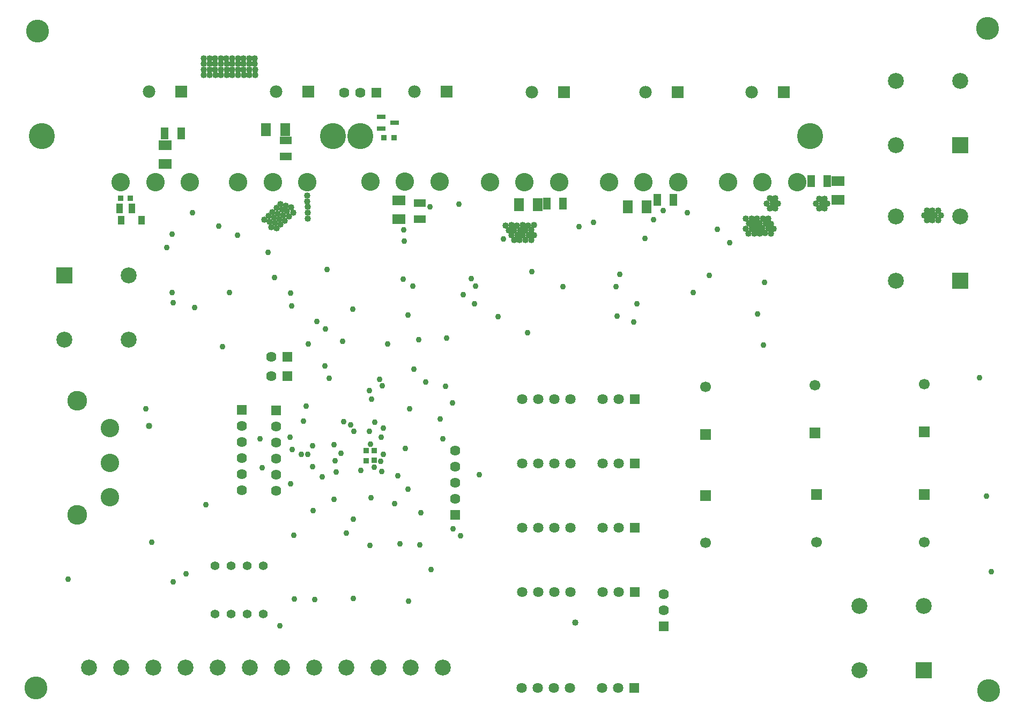
<source format=gbs>
G04*
G04 #@! TF.GenerationSoftware,Altium Limited,Altium Designer,20.0.13 (296)*
G04*
G04 Layer_Color=16711935*
%FSLAX25Y25*%
%MOIN*%
G70*
G01*
G75*
%ADD51R,0.04220X0.06189*%
%ADD54R,0.04063X0.05283*%
%ADD56R,0.07567X0.04614*%
%ADD57R,0.04614X0.07567*%
%ADD58R,0.03827X0.03827*%
%ADD67R,0.05401X0.02842*%
%ADD75R,0.03827X0.03827*%
%ADD78R,0.07803X0.07803*%
%ADD79C,0.07803*%
%ADD80R,0.06681X0.06681*%
%ADD81C,0.06681*%
%ADD82R,0.09929X0.09929*%
%ADD83C,0.09929*%
%ADD84C,0.11464*%
%ADD85R,0.06386X0.06386*%
%ADD86C,0.06386*%
%ADD87R,0.06386X0.06386*%
%ADD88C,0.12291*%
%ADD89C,0.05598*%
%ADD90C,0.06417*%
%ADD91R,0.06417X0.06417*%
%ADD92C,0.14260*%
%ADD93C,0.16228*%
%ADD94C,0.04023*%
%ADD95C,0.03630*%
%ADD154R,0.08197X0.06071*%
%ADD155R,0.06071X0.08197*%
D51*
X69592Y309425D02*
D03*
X61915D02*
D03*
D54*
X62649Y301968D02*
D03*
X75523D02*
D03*
D56*
X248484Y312542D02*
D03*
Y302503D02*
D03*
X165272Y351547D02*
D03*
Y341507D02*
D03*
D57*
X491665Y326257D02*
D03*
X501705D02*
D03*
X327549Y312354D02*
D03*
X337589D02*
D03*
X100000Y356000D02*
D03*
X89961D02*
D03*
X396046Y314620D02*
D03*
X406085D02*
D03*
D58*
X215000Y152398D02*
D03*
Y158500D02*
D03*
X220000Y158602D02*
D03*
Y152500D02*
D03*
D67*
X224428Y358907D02*
D03*
Y366388D02*
D03*
X232696Y362648D02*
D03*
D75*
X62500Y315500D02*
D03*
X68602D02*
D03*
X232349Y353263D02*
D03*
X226247D02*
D03*
D78*
X474790Y381756D02*
D03*
X408941Y381712D02*
D03*
X338012Y381734D02*
D03*
X100000Y381800D02*
D03*
X265000Y381900D02*
D03*
X179000Y381800D02*
D03*
D79*
X454790Y381756D02*
D03*
X388941Y381712D02*
D03*
X318012Y381734D02*
D03*
X80000Y381800D02*
D03*
X245000Y381900D02*
D03*
X159000Y381800D02*
D03*
D80*
X562000Y131287D02*
D03*
X562067Y170279D02*
D03*
X494000Y169787D02*
D03*
X426000Y130787D02*
D03*
X495000Y131287D02*
D03*
X426000Y168787D02*
D03*
D81*
X562000Y101760D02*
D03*
X562067Y199807D02*
D03*
X494000Y199315D02*
D03*
X426000Y101260D02*
D03*
X495000Y101760D02*
D03*
X426000Y198315D02*
D03*
D82*
X584416Y264357D02*
D03*
X561915Y22008D02*
D03*
X584618Y348583D02*
D03*
X27433Y267587D02*
D03*
D83*
X544416Y264357D02*
D03*
X584416Y304357D02*
D03*
X544416D02*
D03*
X262921Y23469D02*
D03*
X242921D02*
D03*
X222921D02*
D03*
X202921D02*
D03*
X182921D02*
D03*
X162921D02*
D03*
X142921D02*
D03*
X122921D02*
D03*
X102921D02*
D03*
X82921D02*
D03*
X62921D02*
D03*
X42921D02*
D03*
X521915Y22008D02*
D03*
X561915Y62008D02*
D03*
X521915D02*
D03*
X544618Y348583D02*
D03*
X584618Y388583D02*
D03*
X544618D02*
D03*
X67433Y267587D02*
D03*
X27433Y227587D02*
D03*
X67433D02*
D03*
D84*
X292000Y325787D02*
D03*
X313496D02*
D03*
X334992D02*
D03*
X55791Y129504D02*
D03*
Y151000D02*
D03*
Y172496D02*
D03*
X178500Y325787D02*
D03*
X157004D02*
D03*
X135508D02*
D03*
X62508Y325787D02*
D03*
X84004D02*
D03*
X105500D02*
D03*
X440000D02*
D03*
X461496D02*
D03*
X482992D02*
D03*
X260692Y325800D02*
D03*
X239196D02*
D03*
X217700D02*
D03*
X366000Y325787D02*
D03*
X387496D02*
D03*
X408992D02*
D03*
D85*
X221362Y381261D02*
D03*
X166000Y205000D02*
D03*
Y217000D02*
D03*
D86*
X211362Y381261D02*
D03*
X201362D02*
D03*
X156000Y205000D02*
D03*
X270500Y128500D02*
D03*
Y138500D02*
D03*
Y148500D02*
D03*
Y158500D02*
D03*
X137906Y134122D02*
D03*
Y144122D02*
D03*
Y154122D02*
D03*
Y164122D02*
D03*
Y174122D02*
D03*
X399981Y69307D02*
D03*
Y59307D02*
D03*
X159165Y173571D02*
D03*
Y163571D02*
D03*
Y153571D02*
D03*
Y143571D02*
D03*
Y133571D02*
D03*
X156000Y217000D02*
D03*
D87*
X270500Y118500D02*
D03*
X137906Y184122D02*
D03*
X399981Y49307D02*
D03*
X159165Y183571D02*
D03*
D88*
X35385Y118462D02*
D03*
Y189722D02*
D03*
D89*
X151000Y57000D02*
D03*
X141000D02*
D03*
X131000D02*
D03*
X121000D02*
D03*
Y87000D02*
D03*
X131000D02*
D03*
X141000D02*
D03*
X151000D02*
D03*
D90*
X311915Y10810D02*
D03*
X321915D02*
D03*
X331915D02*
D03*
X341915D02*
D03*
X361915D02*
D03*
X371915D02*
D03*
X312000Y110500D02*
D03*
X322000D02*
D03*
X332000D02*
D03*
X342000D02*
D03*
X362000D02*
D03*
X372000D02*
D03*
X312000Y150500D02*
D03*
X322000D02*
D03*
X332000D02*
D03*
X342000D02*
D03*
X362000D02*
D03*
X372000D02*
D03*
Y190500D02*
D03*
X362000D02*
D03*
X342000D02*
D03*
X332000D02*
D03*
X322000D02*
D03*
X312000D02*
D03*
X372000Y70500D02*
D03*
X362000D02*
D03*
X342000D02*
D03*
X332000D02*
D03*
X322000D02*
D03*
X312000D02*
D03*
D91*
X381915Y10810D02*
D03*
X382000Y110500D02*
D03*
Y150500D02*
D03*
Y190500D02*
D03*
Y70500D02*
D03*
D92*
X9771Y10901D02*
D03*
X602040Y9408D02*
D03*
X601505Y421266D02*
D03*
X10823Y419715D02*
D03*
D93*
X211500Y354287D02*
D03*
X13382Y354302D02*
D03*
X194500Y354287D02*
D03*
X491131Y354371D02*
D03*
D94*
X164528Y301723D02*
D03*
X163523Y305066D02*
D03*
X154321Y304741D02*
D03*
X169677Y306491D02*
D03*
X161946Y299299D02*
D03*
X168540Y309826D02*
D03*
X165961Y307460D02*
D03*
X165233Y310979D02*
D03*
X161137Y302717D02*
D03*
X158619Y300239D02*
D03*
X156152Y297751D02*
D03*
X162664Y308602D02*
D03*
X160055Y306115D02*
D03*
X155171Y301099D02*
D03*
X157648Y303627D02*
D03*
X161936Y311970D02*
D03*
X159378Y309593D02*
D03*
X156900Y307116D02*
D03*
X151915Y302181D02*
D03*
X166983Y304183D02*
D03*
X159479Y296871D02*
D03*
X465183Y302812D02*
D03*
X461730Y302905D02*
D03*
X466770Y299750D02*
D03*
X463336Y299900D02*
D03*
X306995Y289486D02*
D03*
X178576Y313579D02*
D03*
X178720Y310139D02*
D03*
X178648Y306627D02*
D03*
X178692Y303086D02*
D03*
X178603Y317132D02*
D03*
X466733Y293647D02*
D03*
X310507Y289631D02*
D03*
X314131Y289574D02*
D03*
X317736Y289516D02*
D03*
X319347Y292680D02*
D03*
X312482Y292546D02*
D03*
X316068Y292661D02*
D03*
X308993D02*
D03*
X305484D02*
D03*
X303719Y295786D02*
D03*
X317698Y295824D02*
D03*
X314112Y295671D02*
D03*
X310699Y295728D02*
D03*
X307190D02*
D03*
X319558Y298797D02*
D03*
X315857Y298739D02*
D03*
X312367Y298854D02*
D03*
X308858Y298758D02*
D03*
X305388Y298854D02*
D03*
X301956Y298777D02*
D03*
X452957Y293740D02*
D03*
X459901Y293759D02*
D03*
X463298Y293796D02*
D03*
X456392Y293684D02*
D03*
X454674Y296782D02*
D03*
X468450Y296689D02*
D03*
X461618Y296801D02*
D03*
X465016Y296838D02*
D03*
X458109Y296726D02*
D03*
X451202Y296689D02*
D03*
X456429Y299788D02*
D03*
X458165Y302812D02*
D03*
X454656Y302942D02*
D03*
X494926Y312210D02*
D03*
X496698Y309218D02*
D03*
X572325Y304904D02*
D03*
X501932Y312259D02*
D03*
X498477Y312236D02*
D03*
X464308Y312334D02*
D03*
X466059Y309296D02*
D03*
X466038Y315480D02*
D03*
X469560Y315456D02*
D03*
X561995Y304882D02*
D03*
X565377Y304917D02*
D03*
X563661Y301867D02*
D03*
X567149Y301925D02*
D03*
X563680Y308004D02*
D03*
X567227Y308098D02*
D03*
X570707Y307946D02*
D03*
X568900Y304870D02*
D03*
X570672Y301914D02*
D03*
X496776Y315391D02*
D03*
X500256Y315239D02*
D03*
X500221Y309206D02*
D03*
X469425Y309379D02*
D03*
X471141Y312429D02*
D03*
X467760Y312394D02*
D03*
X451100Y302800D02*
D03*
X128362Y395648D02*
D03*
X117772D02*
D03*
X121302D02*
D03*
X124832D02*
D03*
X114242D02*
D03*
X138952D02*
D03*
X142482D02*
D03*
X146012D02*
D03*
X131892D02*
D03*
X135422D02*
D03*
X135480Y392151D02*
D03*
X131950D02*
D03*
X146069D02*
D03*
X142540D02*
D03*
X139009D02*
D03*
X114300D02*
D03*
X124890D02*
D03*
X121360D02*
D03*
X117830D02*
D03*
X128420D02*
D03*
X128319Y399149D02*
D03*
X117729D02*
D03*
X121259D02*
D03*
X124789D02*
D03*
X114199D02*
D03*
X138909D02*
D03*
X142439D02*
D03*
X145969D02*
D03*
X131849D02*
D03*
X135379D02*
D03*
X135321Y402647D02*
D03*
X131791D02*
D03*
X145911D02*
D03*
X142381D02*
D03*
X138851D02*
D03*
X114142D02*
D03*
X124732D02*
D03*
X121202D02*
D03*
X117672D02*
D03*
X128261D02*
D03*
X459938Y299863D02*
D03*
X452994Y299844D02*
D03*
X345177Y51500D02*
D03*
X80000Y174000D02*
D03*
D95*
X603946Y83388D02*
D03*
X261228Y178194D02*
D03*
X234700Y143000D02*
D03*
X108526Y247464D02*
D03*
X168100Y256700D02*
D03*
X91240Y284822D02*
D03*
X388615Y290586D02*
D03*
X441199Y288053D02*
D03*
X94592Y293172D02*
D03*
X238700Y289000D02*
D03*
X238319Y296100D02*
D03*
X154199Y281811D02*
D03*
X135035Y292659D02*
D03*
X244947Y209286D02*
D03*
X252199Y201199D02*
D03*
X228605Y224793D02*
D03*
X206850Y246547D02*
D03*
X123363Y298419D02*
D03*
X414749Y306565D02*
D03*
X272903Y312032D02*
D03*
X255641Y84534D02*
D03*
X254748Y310209D02*
D03*
X300597Y290436D02*
D03*
X356399Y300625D02*
D03*
X202720Y107337D02*
D03*
X393742Y302334D02*
D03*
X596477Y203928D02*
D03*
X600780Y130171D02*
D03*
X268925Y188362D02*
D03*
X347500Y298000D02*
D03*
X158000Y266300D02*
D03*
X381500Y238500D02*
D03*
X399939Y308064D02*
D03*
X273666Y105731D02*
D03*
X269000Y110000D02*
D03*
X262694Y165861D02*
D03*
X81708Y101697D02*
D03*
X207032Y115846D02*
D03*
X249070Y120070D02*
D03*
X182182Y121346D02*
D03*
X236000Y100500D02*
D03*
X170000Y106000D02*
D03*
X106985Y306601D02*
D03*
X264977Y228755D02*
D03*
X247899Y227773D02*
D03*
X238116Y265182D02*
D03*
X433516Y296362D02*
D03*
X211883Y146256D02*
D03*
X218138Y129282D02*
D03*
X462131Y224134D02*
D03*
X458541Y243674D02*
D03*
X462942Y263254D02*
D03*
X125940Y223308D02*
D03*
X95195Y250478D02*
D03*
X195039Y128189D02*
D03*
X177874Y186383D02*
D03*
X225905Y156378D02*
D03*
X225748Y172598D02*
D03*
X224164Y151808D02*
D03*
X232682Y125500D02*
D03*
X241000Y134500D02*
D03*
X95000Y77000D02*
D03*
X168008Y138000D02*
D03*
X174778Y156413D02*
D03*
X181935Y161671D02*
D03*
X178868Y156413D02*
D03*
X29823Y78500D02*
D03*
X372800Y268300D02*
D03*
X207600Y170480D02*
D03*
X167680Y166887D02*
D03*
X285500Y143493D02*
D03*
X224941Y145687D02*
D03*
X280511Y265511D02*
D03*
X264518Y198518D02*
D03*
X181890Y148490D02*
D03*
X187820Y142360D02*
D03*
X169168Y159437D02*
D03*
X176060Y176950D02*
D03*
X201000Y176500D02*
D03*
X217787Y162638D02*
D03*
X224500Y167060D02*
D03*
X220500Y176370D02*
D03*
X196547Y145269D02*
D03*
X195690Y152390D02*
D03*
X184461Y238884D02*
D03*
X189680Y234230D02*
D03*
X218417Y190475D02*
D03*
X192102Y203650D02*
D03*
X189398Y211252D02*
D03*
X370500Y260500D02*
D03*
X371250Y242250D02*
D03*
X383500Y250000D02*
D03*
X190787Y271213D02*
D03*
X217092Y170489D02*
D03*
X239372Y160051D02*
D03*
X242142Y184500D02*
D03*
X168700Y248600D02*
D03*
X220301Y148301D02*
D03*
X199500Y157000D02*
D03*
X195000Y162190D02*
D03*
X94500Y257000D02*
D03*
X200500Y226500D02*
D03*
X205500Y174500D02*
D03*
X115500Y125000D02*
D03*
X217500Y99500D02*
D03*
X418602Y257102D02*
D03*
X207000Y66500D02*
D03*
X130000Y257000D02*
D03*
X217000Y196000D02*
D03*
X225142Y199000D02*
D03*
X223500Y203000D02*
D03*
X315500Y232000D02*
D03*
X297000Y242000D02*
D03*
X161500Y49500D02*
D03*
X170559Y66323D02*
D03*
X103177Y82000D02*
D03*
X150478Y148017D02*
D03*
X241000Y243000D02*
D03*
X428360Y267500D02*
D03*
X248602Y100000D02*
D03*
X241500Y65000D02*
D03*
X78000Y184500D02*
D03*
X318000Y270000D02*
D03*
X275500Y255500D02*
D03*
X283000Y261000D02*
D03*
X282500Y249941D02*
D03*
X337500Y260500D02*
D03*
X244000Y261000D02*
D03*
X149000Y166000D02*
D03*
X183000Y66000D02*
D03*
X179000Y225000D02*
D03*
D154*
X235429Y302701D02*
D03*
Y314433D02*
D03*
X508504Y326193D02*
D03*
Y314461D02*
D03*
X90000Y337000D02*
D03*
Y348732D02*
D03*
D155*
X309997Y311772D02*
D03*
X321729D02*
D03*
X164690Y358362D02*
D03*
X152958D02*
D03*
X389606Y310243D02*
D03*
X377873D02*
D03*
M02*

</source>
